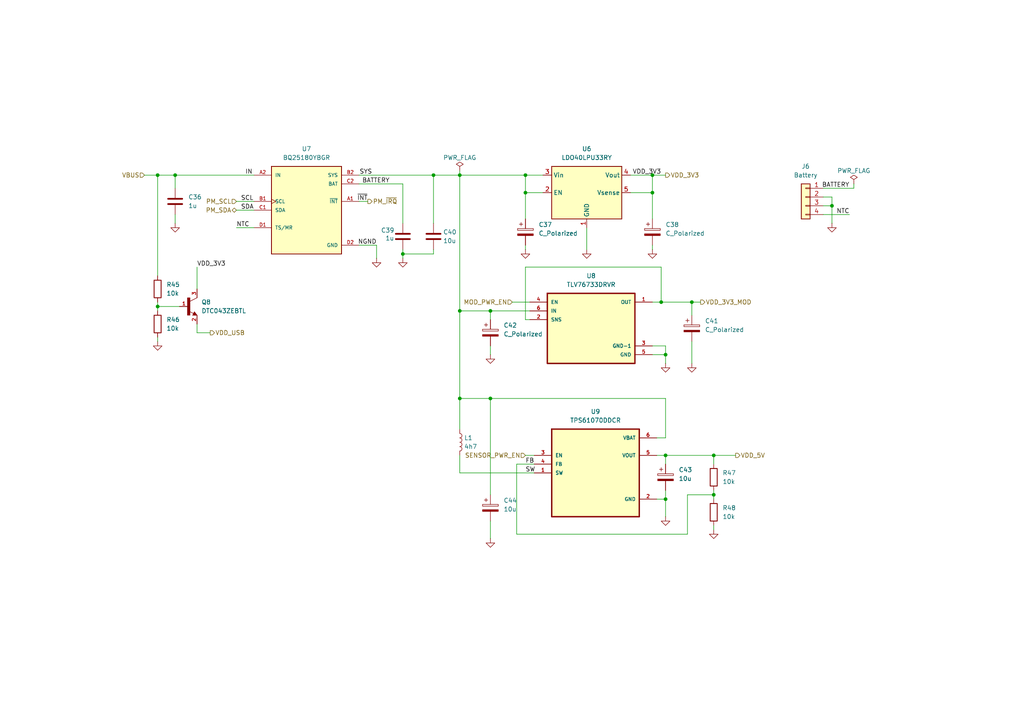
<source format=kicad_sch>
(kicad_sch (version 20250114) (generator "eeschema") (generator_version "9.0")
  (paper "A4")
  (lib_symbols
    (symbol "BQ25180YBGR:BQ25180YBGR" (pin_names (offset 1.016))
      (property "Reference" "U" (at -10.16 13.462 0))
      (property "Value" "BQ25180YBGR" (at -10.16 -15.24 0))
      (symbol "BQ25180YBGR_0_0"
        (rectangle (start -10.16 -12.7) (end 10.16 12.7) (stroke (width 0.254)) (fill (type background)))
        (pin power_in line (at -15.24 10.16 0) (length 5.08) (name "IN") (number "A2"))
        (pin bidirectional clock (at -15.24 2.54 0) (length 5.08) (name "SCL") (number "B1"))
        (pin bidirectional line (at -15.24 0 0) (length 5.08) (name "SDA") (number "C1"))
        (pin bidirectional line (at -15.24 -5.08 0) (length 5.08) (name "TS/MR") (number "D1"))
        (pin power_in line (at 15.24 10.16 180) (length 5.08) (name "SYS") (number "B2"))
        (pin power_in line (at 15.24 7.62 180) (length 5.08) (name "BAT") (number "C2"))
        (pin output line (at 15.24 2.54 180) (length 5.08) (name "~{INT}") (number "A1"))
        (pin power_in line (at 15.24 -10.16 180) (length 5.08) (name "GND") (number "D2"))
      )
    )
    (symbol "Connector_Generic:Conn_01x04" (pin_names (offset 1.016) (hide yes))
      (property "Reference" "J" (at 0 5.08 0))
      (property "Value" "Conn_01x04" (at 0 -7.62 0))
      (symbol "Conn_01x04_1_1"
        (rectangle (start -1.27 3.81) (end 1.27 -6.35) (stroke (width 0.254)) (fill (type background)))
        (rectangle (start -1.27 2.667) (end 0 2.413) (stroke (width 0.1524)))
        (rectangle (start -1.27 0.127) (end 0 -0.127) (stroke (width 0.1524)))
        (rectangle (start -1.27 -2.413) (end 0 -2.667) (stroke (width 0.1524)))
        (rectangle (start -1.27 -4.953) (end 0 -5.207) (stroke (width 0.1524)))
        (pin passive line (at -5.08 2.54 0) (length 3.81) (name "Pin_1") (number "1"))
        (pin passive line (at -5.08 0 0) (length 3.81) (name "Pin_2") (number "2"))
        (pin passive line (at -5.08 -2.54 0) (length 3.81) (name "Pin_3") (number "3"))
        (pin passive line (at -5.08 -5.08 0) (length 3.81) (name "Pin_4") (number "4"))
      )
    )
    (symbol "DTC043ZEBTL:DTC043ZEBTL" (pin_names (offset 1.016))
      (property "Reference" "Q" (at 3.81 1.27 0))
      (property "Value" "DTC043ZEBTL" (at 3.81 -1.27 0))
      (symbol "DTC043ZEBTL_0_0"
        (rectangle (start -0.254 -2.54) (end 0.508 2.54) (stroke (width 0.1)) (fill (type outline)))
        (polyline (pts (xy 1.27 -2.54) (xy 1.778 -1.524) (xy 2.54 -2.54) (xy 1.27 -2.54)) (stroke (width 0.1524)) (fill (type outline)))
        (polyline (pts (xy 1.54 -2.04) (xy 0.308 -1.424)) (stroke (width 0.1524)))
        (polyline (pts (xy 2.54 2.54) (xy 0.508 1.524)) (stroke (width 0.1524)))
        (pin passive line (at -2.54 0 0) (length 2.54) (name "~") (number "1"))
        (pin passive line (at 2.54 5.08 270) (length 2.54) (name "~") (number "3"))
        (pin passive line (at 2.54 -5.08 90) (length 2.54) (name "~") (number "2"))
      )
    )
    (symbol "Device:C" (pin_numbers (hide yes)) (pin_names (offset 0.254))
      (property "Reference" "C" (at 0.635 2.54 0))
      (property "Value" "C" (at 0.635 -2.54 0))
      (symbol "C_0_1"
        (polyline (pts (xy -2.032 0.762) (xy 2.032 0.762)) (stroke (width 0.508)))
        (polyline (pts (xy -2.032 -0.762) (xy 2.032 -0.762)) (stroke (width 0.508)))
      )
      (symbol "C_1_1"
        (pin passive line (at 0 3.81 270) (length 2.794) (name "~") (number "1"))
        (pin passive line (at 0 -3.81 90) (length 2.794) (name "~") (number "2"))
      )
    )
    (symbol "Device:C_Polarized" (pin_numbers (hide yes)) (pin_names (offset 0.254))
      (property "Reference" "C" (at 0.635 2.54 0))
      (property "Value" "C_Polarized" (at 0.635 -2.54 0))
      (symbol "C_Polarized_0_1"
        (rectangle (start -2.286 0.508) (end 2.286 1.016))
        (polyline (pts (xy -1.778 2.286) (xy -0.762 2.286)))
        (polyline (pts (xy -1.27 2.794) (xy -1.27 1.778)))
        (rectangle (start 2.286 -0.508) (end -2.286 -1.016) (fill (type outline)))
      )
      (symbol "C_Polarized_1_1"
        (pin passive line (at 0 3.81 270) (length 2.794) (name "~") (number "1"))
        (pin passive line (at 0 -3.81 90) (length 2.794) (name "~") (number "2"))
      )
    )
    (symbol "Device:L" (pin_numbers (hide yes)) (pin_names (offset 1.016) (hide yes))
      (property "Reference" "L" (at -1.27 0 90))
      (property "Value" "L" (at 1.905 0 90))
      (symbol "L_0_1"
        (arc (start 0 2.54) (mid 0.6323 1.905) (end 0 1.27))
        (arc (start 0 1.27) (mid 0.6323 0.635) (end 0 0))
        (arc (start 0 0) (mid 0.6323 -0.635) (end 0 -1.27))
        (arc (start 0 -1.27) (mid 0.6323 -1.905) (end 0 -2.54))
      )
      (symbol "L_1_1"
        (pin passive line (at 0 3.81 270) (length 1.27) (name "1") (number "1"))
        (pin passive line (at 0 -3.81 90) (length 1.27) (name "2") (number "2"))
      )
    )
    (symbol "Device:R" (pin_numbers (hide yes)) (pin_names (offset 0))
      (property "Reference" "R" (at 2.032 0 90))
      (property "Value" "R" (at 0 0 90))
      (symbol "R_0_1"
        (rectangle (start -1.016 -2.54) (end 1.016 2.54) (stroke (width 0.254)))
      )
      (symbol "R_1_1"
        (pin passive line (at 0 3.81 270) (length 1.27) (name "~") (number "1"))
        (pin passive line (at 0 -3.81 90) (length 1.27) (name "~") (number "2"))
      )
    )
    (symbol "Regulator_Linear:LDO40LPU33RY"
      (property "Reference" "U" (at 0 0 0))
      (property "Value" "LDO40LPU33RY" (at 0 0 0))
      (symbol "LDO40LPU33RY_1_1"
        (rectangle (start -10.16 7.62) (end 10.16 -7.62) (stroke (width 0.254)) (fill (type background)))
        (pin power_in line (at -12.7 5.08 0) (length 2.54) (name "Vin") (number "3"))
        (pin input line (at -12.7 0 0) (length 2.54) (name "EN") (number "2"))
        (pin no_connect line (at -2.54 -10.16 90) (length 2.54) (hide yes) (name "NC") (number "6"))
        (pin power_in line (at 0 -10.16 90) (length 2.54) (name "GND") (number "1"))
        (pin passive line (at 0 -10.16 90) (length 2.54) (hide yes) (name "GND") (number "7"))
        (pin power_out line (at 12.7 5.08 180) (length 2.54) (name "Vout") (number "4"))
        (pin input line (at 12.7 0 180) (length 2.54) (name "Vsense") (number "5"))
      )
    )
    (symbol "TLV76733DRVR:TLV76733DRVR" (pin_names (offset 1.016))
      (property "Reference" "U" (at -12.7 11.16 0))
      (property "Value" "TLV76733DRVR" (at -12.7 -14.16 0))
      (symbol "TLV76733DRVR_0_0"
        (rectangle (start -12.7 -10.16) (end 12.7 10.16) (stroke (width 0.41)) (fill (type background)))
        (pin input line (at -17.78 7.62 0) (length 5.08) (name "EN") (number "4"))
        (pin input line (at -17.78 5.08 0) (length 5.08) (name "IN") (number "6"))
        (pin input line (at -17.78 2.54 0) (length 5.08) (name "SNS") (number "2"))
        (pin output line (at 17.78 7.62 180) (length 5.08) (name "OUT") (number "1"))
        (pin power_in line (at 17.78 -5.08 180) (length 5.08) (name "GND-1") (number "3"))
        (pin power_in line (at 17.78 -7.62 180) (length 5.08) (name "GND") (number "5"))
      )
    )
    (symbol "TPS61070DDCR:TPS61070DDCR" (pin_names (offset 1.016))
      (property "Reference" "U" (at -12.7 13.7 0))
      (property "Value" "TPS61070DDCR" (at -12.7 -16.7 0))
      (symbol "TPS61070DDCR_0_0"
        (rectangle (start -12.7 -12.7) (end 12.7 12.7) (stroke (width 0.41)) (fill (type background)))
        (pin input line (at -17.78 5.08 0) (length 5.08) (name "EN") (number "3"))
        (pin input line (at -17.78 2.54 0) (length 5.08) (name "FB") (number "4"))
        (pin input line (at -17.78 0 0) (length 5.08) (name "SW") (number "1"))
        (pin power_in line (at 17.78 10.16 180) (length 5.08) (name "VBAT") (number "6"))
        (pin output line (at 17.78 5.08 180) (length 5.08) (name "VOUT") (number "5"))
        (pin power_in line (at 17.78 -7.62 180) (length 5.08) (name "GND") (number "2"))
      )
    )
    (symbol "power:GND" (power) (pin_numbers (hide yes)) (pin_names (offset 0) (hide yes))
      (property "Value" "GND" (at 0 -3.81 0))
      (symbol "GND_0_1"
        (polyline (pts (xy 0 0) (xy 0 -1.27) (xy 1.27 -1.27) (xy 0 -2.54) (xy -1.27 -1.27) (xy 0 -1.27)))
      )
      (symbol "GND_1_1"
        (pin power_in line (at 0 0 270) (length 0) (name "~") (number "1"))
      )
    )
    (symbol "power:PWR_FLAG" (power) (pin_numbers (hide yes)) (pin_names (offset 0) (hide yes))
      (property "Value" "PWR_FLAG" (at 0 3.81 0))
      (symbol "PWR_FLAG_0_0"
        (pin power_out line (at 0 0 90) (length 0) (name "~") (number "1"))
      )
      (symbol "PWR_FLAG_0_1"
        (polyline (pts (xy 0 0) (xy 0 1.27) (xy -1.016 1.905) (xy 0 2.54) (xy 1.016 1.905) (xy 0 1.27)))
      )
    )
  )
  (junction (at 207.01 143.51))
  (junction (at 45.72 88.9))
  (junction (at 142.24 90.17))
  (junction (at 152.4 50.8))
  (junction (at 193.04 102.87))
  (junction (at 142.24 115.57))
  (junction (at 189.23 55.88))
  (junction (at 152.4 55.88))
  (junction (at 200.66 87.63))
  (junction (at 125.73 50.8))
  (junction (at 133.35 90.17))
  (junction (at 116.84 73.66))
  (junction (at 191.77 87.63))
  (junction (at 193.04 132.08))
  (junction (at 133.35 115.57))
  (junction (at 50.8 50.8))
  (junction (at 241.3 59.69))
  (junction (at 189.23 50.8))
  (junction (at 193.04 144.78))
  (junction (at 207.01 132.08))
  (junction (at 45.72 50.8))
  (junction (at 133.35 50.8))
  (wire (pts (xy 152.4 77.47) (xy 191.77 77.47)))
  (wire (pts (xy 189.23 50.8) (xy 189.23 55.88)))
  (wire (pts (xy 45.72 88.9) (xy 52.07 88.9)))
  (wire (pts (xy 45.72 87.63) (xy 45.72 88.9)))
  (wire (pts (xy 116.84 64.77) (xy 116.84 53.34)))
  (wire (pts (xy 189.23 87.63) (xy 191.77 87.63)))
  (wire (pts (xy 152.4 55.88) (xy 152.4 63.5)))
  (wire (pts (xy 170.18 66.04) (xy 170.18 72.39)))
  (wire (pts (xy 41.91 50.8) (xy 45.72 50.8)))
  (wire (pts (xy 116.84 73.66) (xy 116.84 74.93)))
  (wire (pts (xy 153.67 92.71) (xy 152.4 92.71)))
  (wire (pts (xy 68.58 66.04) (xy 73.66 66.04)))
  (wire (pts (xy 133.35 137.16) (xy 154.94 137.16)))
  (wire (pts (xy 190.5 127) (xy 193.04 127)))
  (wire (pts (xy 207.01 143.51) (xy 207.01 144.78)))
  (wire (pts (xy 133.35 49.53) (xy 133.35 50.8)))
  (wire (pts (xy 182.88 55.88) (xy 189.23 55.88)))
  (wire (pts (xy 152.4 132.08) (xy 154.94 132.08)))
  (wire (pts (xy 200.66 87.63) (xy 200.66 91.44)))
  (wire (pts (xy 68.58 58.42) (xy 73.66 58.42)))
  (wire (pts (xy 104.14 50.8) (xy 125.73 50.8)))
  (wire (pts (xy 152.4 71.12) (xy 152.4 72.39)))
  (wire (pts (xy 193.04 127) (xy 193.04 115.57)))
  (wire (pts (xy 133.35 115.57) (xy 133.35 90.17)))
  (wire (pts (xy 149.86 134.62) (xy 154.94 134.62)))
  (wire (pts (xy 133.35 50.8) (xy 133.35 90.17)))
  (wire (pts (xy 193.04 102.87) (xy 193.04 105.41)))
  (wire (pts (xy 125.73 72.39) (xy 125.73 73.66)))
  (wire (pts (xy 247.65 53.34) (xy 247.65 54.61)))
  (wire (pts (xy 238.76 62.23) (xy 246.38 62.23)))
  (wire (pts (xy 191.77 87.63) (xy 200.66 87.63)))
  (wire (pts (xy 191.77 77.47) (xy 191.77 87.63)))
  (wire (pts (xy 189.23 55.88) (xy 189.23 63.5)))
  (wire (pts (xy 142.24 100.33) (xy 142.24 102.87)))
  (wire (pts (xy 125.73 50.8) (xy 125.73 64.77)))
  (wire (pts (xy 133.35 50.8) (xy 152.4 50.8)))
  (wire (pts (xy 207.01 142.24) (xy 207.01 143.51)))
  (wire (pts (xy 57.15 93.98) (xy 57.15 96.52)))
  (wire (pts (xy 207.01 132.08) (xy 213.36 132.08)))
  (wire (pts (xy 189.23 50.8) (xy 193.04 50.8)))
  (wire (pts (xy 125.73 50.8) (xy 133.35 50.8)))
  (wire (pts (xy 193.04 100.33) (xy 193.04 102.87)))
  (wire (pts (xy 189.23 71.12) (xy 189.23 72.39)))
  (wire (pts (xy 45.72 88.9) (xy 45.72 90.17)))
  (wire (pts (xy 142.24 90.17) (xy 142.24 92.71)))
  (wire (pts (xy 190.5 132.08) (xy 193.04 132.08)))
  (wire (pts (xy 142.24 115.57) (xy 133.35 115.57)))
  (wire (pts (xy 45.72 97.79) (xy 45.72 99.06)))
  (wire (pts (xy 199.39 143.51) (xy 207.01 143.51)))
  (wire (pts (xy 109.22 71.12) (xy 104.14 71.12)))
  (wire (pts (xy 193.04 132.08) (xy 207.01 132.08)))
  (wire (pts (xy 104.14 58.42) (xy 106.68 58.42)))
  (wire (pts (xy 104.14 53.34) (xy 116.84 53.34)))
  (wire (pts (xy 189.23 100.33) (xy 193.04 100.33)))
  (wire (pts (xy 57.15 83.82) (xy 57.15 77.47)))
  (wire (pts (xy 50.8 50.8) (xy 73.66 50.8)))
  (wire (pts (xy 133.35 132.08) (xy 133.35 137.16)))
  (wire (pts (xy 45.72 50.8) (xy 50.8 50.8)))
  (wire (pts (xy 45.72 50.8) (xy 45.72 80.01)))
  (wire (pts (xy 200.66 87.63) (xy 203.2 87.63)))
  (wire (pts (xy 241.3 57.15) (xy 241.3 59.69)))
  (wire (pts (xy 152.4 55.88) (xy 152.4 50.8)))
  (wire (pts (xy 157.48 55.88) (xy 152.4 55.88)))
  (wire (pts (xy 133.35 115.57) (xy 133.35 124.46)))
  (wire (pts (xy 199.39 154.94) (xy 199.39 143.51)))
  (wire (pts (xy 200.66 99.06) (xy 200.66 105.41)))
  (wire (pts (xy 152.4 92.71) (xy 152.4 77.47)))
  (wire (pts (xy 241.3 59.69) (xy 241.3 64.77)))
  (wire (pts (xy 152.4 50.8) (xy 157.48 50.8)))
  (wire (pts (xy 189.23 102.87) (xy 193.04 102.87)))
  (wire (pts (xy 190.5 144.78) (xy 193.04 144.78)))
  (wire (pts (xy 153.67 90.17) (xy 142.24 90.17)))
  (wire (pts (xy 142.24 151.13) (xy 142.24 156.21)))
  (wire (pts (xy 50.8 50.8) (xy 50.8 54.61)))
  (wire (pts (xy 193.04 142.24) (xy 193.04 144.78)))
  (wire (pts (xy 207.01 152.4) (xy 207.01 153.67)))
  (wire (pts (xy 238.76 54.61) (xy 247.65 54.61)))
  (wire (pts (xy 142.24 90.17) (xy 133.35 90.17)))
  (wire (pts (xy 142.24 115.57) (xy 193.04 115.57)))
  (wire (pts (xy 238.76 59.69) (xy 241.3 59.69)))
  (wire (pts (xy 148.59 87.63) (xy 153.67 87.63)))
  (wire (pts (xy 149.86 154.94) (xy 199.39 154.94)))
  (wire (pts (xy 182.88 50.8) (xy 189.23 50.8)))
  (wire (pts (xy 193.04 132.08) (xy 193.04 134.62)))
  (wire (pts (xy 238.76 57.15) (xy 241.3 57.15)))
  (wire (pts (xy 193.04 144.78) (xy 193.04 149.86)))
  (wire (pts (xy 125.73 73.66) (xy 116.84 73.66)))
  (wire (pts (xy 149.86 154.94) (xy 149.86 134.62)))
  (wire (pts (xy 68.58 60.96) (xy 73.66 60.96)))
  (wire (pts (xy 116.84 72.39) (xy 116.84 73.66)))
  (wire (pts (xy 207.01 132.08) (xy 207.01 134.62)))
  (wire (pts (xy 57.15 96.52) (xy 60.96 96.52)))
  (wire (pts (xy 50.8 62.23) (xy 50.8 64.77)))
  (wire (pts (xy 109.22 71.12) (xy 109.22 74.93)))
  (wire (pts (xy 142.24 115.57) (xy 142.24 143.51)))
  (label "VDD_3V3" (at 57.15 77.47 0))
  (label "FB" (at 152.4 134.62 0))
  (label "SCL" (at 69.85 58.42 0))
  (label "NTC" (at 68.58 66.04 0))
  (label "SW" (at 152.4 137.16 0))
  (label "SDA" (at 69.85 60.96 0))
  (label "BATTERY" (at 246.38 54.61 180))
  (label "NTC" (at 246.38 62.23 180))
  (label "~{INT}" (at 106.68 58.42 180))
  (label "IN" (at 71.12 50.8 0))
  (label "VDD_3V3" (at 191.77 50.8 180))
  (label "SYS" (at 107.95 50.8 180))
  (label "BATTERY" (at 113.03 53.34 180))
  (label "NGND" (at 109.22 71.12 180))
  (hierarchical_label "MOD_PWR_EN" (shape input) (at 148.59 87.63 180))
  (hierarchical_label "PM_~{IRQ}" (shape output) (at 106.68 58.42 0))
  (hierarchical_label "SENSOR_PWR_EN" (shape input) (at 152.4 132.08 180))
  (hierarchical_label "VDD_5V" (shape output) (at 213.36 132.08 0))
  (hierarchical_label "VDD_3V3_MOD" (shape output) (at 203.2 87.63 0))
  (hierarchical_label "PM_SCL" (shape input) (at 68.58 58.42 180))
  (hierarchical_label "VBUS" (shape input) (at 41.91 50.8 180))
  (hierarchical_label "PM_SDA" (shape bidirectional) (at 68.58 60.96 180))
  (hierarchical_label "VDD_3V3" (shape output) (at 193.04 50.8 0))
  (hierarchical_label "VDD_USB" (shape output) (at 60.96 96.52 0))
  (symbol (lib_id "power:GND") (at 142.24 156.21 0) (mirror y) (unit 1)
    (property "Reference" "#PWR060" (effects (hide yes)))
    (property "Value" "GND" (effects (hide yes)))
    (property "Description" "Power symbol creates a global label with name \"GND\" , ground" (effects (hide yes)))
  )
  (symbol (lib_id "power:GND") (at 170.18 72.39 0) (mirror y) (unit 1)
    (property "Reference" "#PWR050" (effects (hide yes)))
    (property "Value" "GND" (effects (hide yes)))
    (property "Description" "Power symbol creates a global label with name \"GND\" , ground" (effects (hide yes)))
  )
  (symbol (lib_id "Connector_Generic:Conn_01x04") (at 233.68 57.15 0) (mirror y) (unit 1)
    (property "Reference" "J6" (at 233.68 48.26 0))
    (property "Value" "Battery" (at 233.68 50.8 0))
    (property "Footprint" "Connector_JST:JST_XA_S04B-XASK-1N-BN_1x04_P2.50mm_Horizontal" (effects (hide yes)))
    (property "Description" "Generic connector, single row, 01x04, script generated (kicad-library-utils/schlib/autogen/connector/)" (effects (hide yes)))
  )
  (symbol (lib_id "power:GND") (at 193.04 105.41 0) (mirror y) (unit 1)
    (property "Reference" "#PWR055" (effects (hide yes)))
    (property "Value" "GND" (effects (hide yes)))
    (property "Description" "Power symbol creates a global label with name \"GND\" , ground" (effects (hide yes)))
  )
  (symbol (lib_id "power:GND") (at 241.3 64.77 0) (mirror y) (unit 1)
    (property "Reference" "#PWR048" (effects (hide yes)))
    (property "Value" "GND" (effects (hide yes)))
    (property "Description" "Power symbol creates a global label with name \"GND\" , ground" (effects (hide yes)))
  )
  (symbol (lib_id "Device:C") (at 125.73 68.58 0) (unit 1)
    (property "Reference" "C40" (at 128.524 67.31 0) (effects (justify left)))
    (property "Value" "10u" (at 128.524 69.85 0) (effects (justify left)))
    (property "Footprint" "Capacitor_SMD:C_0402_1005Metric" (effects (hide yes)))
    (property "Description" "Unpolarized capacitor" (effects (hide yes)))
  )
  (symbol (lib_id "Device:L") (at 133.35 128.27 0) (unit 1)
    (property "Reference" "L1" (at 134.62 126.9999 0) (effects (justify left)))
    (property "Value" "4h7" (at 134.62 129.5399 0) (effects (justify left)))
    (property "Footprint" "Inductor_SMD:L_APV_ANR5045" (effects (hide yes)))
    (property "Description" "Inductor" (effects (hide yes)))
  )
  (symbol (lib_id "power:GND") (at 45.72 99.06 0) (mirror y) (unit 1)
    (property "Reference" "#PWR057" (effects (hide yes)))
    (property "Value" "GND" (effects (hide yes)))
    (property "Description" "Power symbol creates a global label with name \"GND\" , ground" (effects (hide yes)))
  )
  (symbol (lib_id "power:GND") (at 207.01 153.67 0) (mirror y) (unit 1)
    (property "Reference" "#PWR059" (effects (hide yes)))
    (property "Value" "GND" (effects (hide yes)))
    (property "Description" "Power symbol creates a global label with name \"GND\" , ground" (effects (hide yes)))
  )
  (symbol (lib_id "power:GND") (at 200.66 105.41 0) (mirror y) (unit 1)
    (property "Reference" "#PWR056" (effects (hide yes)))
    (property "Value" "GND" (effects (hide yes)))
    (property "Description" "Power symbol creates a global label with name \"GND\" , ground" (effects (hide yes)))
  )
  (symbol (lib_id "power:GND") (at 152.4 72.39 0) (mirror y) (unit 1)
    (property "Reference" "#PWR049" (effects (hide yes)))
    (property "Value" "GND" (effects (hide yes)))
    (property "Description" "Power symbol creates a global label with name \"GND\" , ground" (effects (hide yes)))
  )
  (symbol (lib_id "Device:C") (at 116.84 68.58 0) (unit 1)
    (property "Reference" "C39" (at 110.49 66.802 0) (effects (justify left)))
    (property "Value" "1u" (at 111.76 69.088 0) (effects (justify left)))
    (property "Footprint" "Capacitor_SMD:C_0402_1005Metric" (effects (hide yes)))
    (property "Description" "Unpolarized capacitor" (effects (hide yes)))
  )
  (symbol (lib_id "Device:C") (at 50.8 58.42 0) (unit 1)
    (property "Reference" "C36" (at 54.61 57.1499 0) (effects (justify left)))
    (property "Value" "1u" (at 54.61 59.6899 0) (effects (justify left)))
    (property "Footprint" "Capacitor_SMD:C_0402_1005Metric" (effects (hide yes)))
    (property "Description" "Unpolarized capacitor" (effects (hide yes)))
  )
  (symbol (lib_id "power:GND") (at 142.24 102.87 0) (mirror y) (unit 1)
    (property "Reference" "#PWR054" (effects (hide yes)))
    (property "Value" "GND" (effects (hide yes)))
    (property "Description" "Power symbol creates a global label with name \"GND\" , ground" (effects (hide yes)))
  )
  (symbol (lib_id "Device:R") (at 207.01 148.59 180) (unit 1)
    (property "Reference" "R48" (at 209.55 147.3199 0) (effects (justify right)))
    (property "Value" "10k" (at 209.55 149.8599 0) (effects (justify right)))
    (property "Footprint" "Resistor_SMD:R_0402_1005Metric" (effects (hide yes)))
    (property "Description" "Resistor" (effects (hide yes)))
  )
  (symbol (lib_id "Device:R") (at 45.72 83.82 180) (unit 1)
    (property "Reference" "R45" (at 48.26 82.5499 0) (effects (justify right)))
    (property "Value" "10k" (at 48.26 85.0899 0) (effects (justify right)))
    (property "Footprint" "Resistor_SMD:R_0402_1005Metric" (effects (hide yes)))
    (property "Description" "Resistor" (effects (hide yes)))
  )
  (symbol (lib_id "Device:C_Polarized") (at 142.24 96.52 0) (unit 1)
    (property "Reference" "C42" (at 146.05 94.3609 0) (effects (justify left)))
    (property "Value" "C_Polarized" (at 146.05 96.9009 0) (effects (justify left)))
    (property "Footprint" "Capacitor_SMD:CP_Elec_6.3x5.7" (effects (hide yes)))
    (property "Description" "Polarized capacitor" (effects (hide yes)))
  )
  (symbol (lib_id "Device:R") (at 45.72 93.98 180) (unit 1)
    (property "Reference" "R46" (at 48.26 92.7099 0) (effects (justify right)))
    (property "Value" "10k" (at 48.26 95.2499 0) (effects (justify right)))
    (property "Footprint" "Resistor_SMD:R_0402_1005Metric" (effects (hide yes)))
    (property "Description" "Resistor" (effects (hide yes)))
  )
  (symbol (lib_id "Regulator_Linear:LDO40LPU33RY") (at 170.18 55.88 0) (unit 1)
    (property "Reference" "U6" (at 170.18 43.18 0))
    (property "Value" "LDO40LPU33RY" (at 170.18 45.72 0))
    (property "Footprint" "Package_DFN_QFN:DFN-6-1EP_3x3mm_P0.95mm_EP1.7x2.6mm" (effects (hide yes)))
    (property "Datasheet" "https://www.st.com/resource/en/datasheet/ldo40l.pdf" (effects (hide yes)))
    (property "Description" "400mA, 3.5V-38V input, fixed positive 3.3V output, LDO regulator with enable, DFN-6" (effects (hide yes)))
  )
  (symbol (lib_id "BQ25180YBGR:BQ25180YBGR") (at 88.9 60.96 0) (unit 1)
    (property "Reference" "U7" (at 88.9 43.18 0))
    (property "Value" "BQ25180YBGR" (at 88.9 45.72 0))
    (property "Footprint" "BQ25180YBGR:IC_BQ25180YBGR" (effects (hide yes)))
    (property "MF" "Texas Instruments" (effects (hide yes)))
    (property "SNAPEDA_PACKAGE_ID" "123990" (effects (hide yes)))
    (property "Package" "XFBGA-8 Texas Instruments" (effects (hide yes)))
    (property "Price" "None" (effects (hide yes)))
    (property "Check_prices" "https://www.snapeda.com/parts/BQ25180YBGR/Texas+Instruments/view-part/?ref=eda" (effects (hide yes)))
    (property "STANDARD" "Manufacturer Recommendations" (effects (hide yes)))
    (property "PARTREV" "C" (effects (hide yes)))
    (property "SnapEDA_Link" "https://www.snapeda.com/parts/BQ25180YBGR/Texas+Instruments/view-part/?ref=snap" (effects (hide yes)))
    (property "MP" "BQ25180YBGR" (effects (hide yes)))
    (property "Description_1" "1-A Li-ion and LiFePO4 I²C programmable linear charger with regulated power path, WCSP package" (effects (hide yes)))
    (property "MANUFACTURER" "Texas Instruments" (effects (hide yes)))
    (property "Availability" "In Stock" (effects (hide yes)))
    (property "MAXIMUM_PACKAGE_HEIGHT" "0.5mm" (effects (hide yes)))
  )
  (symbol (lib_id "Device:C_Polarized") (at 152.4 67.31 0) (unit 1)
    (property "Reference" "C37" (at 156.21 65.1509 0) (effects (justify left)))
    (property "Value" "C_Polarized" (at 156.21 67.6909 0) (effects (justify left)))
    (property "Footprint" "Capacitor_SMD:CP_Elec_6.3x5.7" (effects (hide yes)))
    (property "Description" "Polarized capacitor" (effects (hide yes)))
  )
  (symbol (lib_id "power:GND") (at 109.22 74.93 0) (mirror y) (unit 1)
    (property "Reference" "#PWR052" (effects (hide yes)))
    (property "Value" "GND" (effects (hide yes)))
    (property "Description" "Power symbol creates a global label with name \"GND\" , ground" (effects (hide yes)))
  )
  (symbol (lib_id "TLV76733DRVR:TLV76733DRVR") (at 171.45 95.25 0) (unit 1)
    (property "Reference" "U8" (at 171.45 80.01 0))
    (property "Value" "TLV76733DRVR" (at 171.45 82.55 0))
    (property "Footprint" "TLV76733DRVR:SON65P200X200X80-7N" (effects (hide yes)))
    (property "MF" "Texas Instruments" (effects (hide yes)))
    (property "Description_1" "Adjustable- and fixed-output, 1-A, 16-V, positive-voltage low-dropout (LDO) linear regulator" (effects (hide yes)))
    (property "Package" "WSON-6 Texas Instruments" (effects (hide yes)))
    (property "Price" "None" (effects (hide yes)))
    (property "SnapEDA_Link" "https://www.snapeda.com/parts/TLV76733DRVR/Texas+Instruments/view-part/?ref=snap" (effects (hide yes)))
    (property "MP" "TLV76733DRVR" (effects (hide yes)))
    (property "Availability" "In Stock" (effects (hide yes)))
    (property "Check_prices" "https://www.snapeda.com/parts/TLV76733DRVR/Texas+Instruments/view-part/?ref=eda" (effects (hide yes)))
  )
  (symbol (lib_id "power:GND") (at 193.04 149.86 0) (mirror y) (unit 1)
    (property "Reference" "#PWR058" (effects (hide yes)))
    (property "Value" "GND" (effects (hide yes)))
    (property "Description" "Power symbol creates a global label with name \"GND\" , ground" (effects (hide yes)))
  )
  (symbol (lib_id "Device:C_Polarized") (at 189.23 67.31 0) (unit 1)
    (property "Reference" "C38" (at 193.04 65.1509 0) (effects (justify left)))
    (property "Value" "C_Polarized" (at 193.04 67.6909 0) (effects (justify left)))
    (property "Footprint" "Capacitor_SMD:CP_Elec_6.3x5.7" (effects (hide yes)))
    (property "Description" "Polarized capacitor" (effects (hide yes)))
  )
  (symbol (lib_id "power:GND") (at 50.8 64.77 0) (mirror y) (unit 1)
    (property "Reference" "#PWR047" (effects (hide yes)))
    (property "Value" "GND" (effects (hide yes)))
    (property "Description" "Power symbol creates a global label with name \"GND\" , ground" (effects (hide yes)))
  )
  (symbol (lib_id "power:GND") (at 116.84 74.93 0) (mirror y) (unit 1)
    (property "Reference" "#PWR053" (effects (hide yes)))
    (property "Value" "GND" (effects (hide yes)))
    (property "Description" "Power symbol creates a global label with name \"GND\" , ground" (effects (hide yes)))
  )
  (symbol (lib_id "TPS61070DDCR:TPS61070DDCR") (at 172.72 137.16 0) (unit 1)
    (property "Reference" "U9" (at 172.72 119.38 0))
    (property "Value" "TPS61070DDCR" (at 172.72 121.92 0))
    (property "Footprint" "TPS61070DDCR:SOT95P280X110-6N" (effects (hide yes)))
    (property "MF" "Texas Instruments" (effects (hide yes)))
    (property "Description_1" "Adjustable, 600-mA switch, 1200-kHz boost converter in ThinSOT-23 with power-saving mode" (effects (hide yes)))
    (property "Package" "SOT-23-THN-6 Texas Instruments" (effects (hide yes)))
    (property "Price" "None" (effects (hide yes)))
    (property "SnapEDA_Link" "https://www.snapeda.com/parts/TPS61070DDCR/Texas+Instruments/view-part/?ref=snap" (effects (hide yes)))
    (property "MP" "TPS61070DDCR" (effects (hide yes)))
    (property "Availability" "In Stock" (effects (hide yes)))
    (property "Check_prices" "https://www.snapeda.com/parts/TPS61070DDCR/Texas+Instruments/view-part/?ref=eda" (effects (hide yes)))
  )
  (symbol (lib_id "power:PWR_FLAG") (at 133.35 49.53 0) (unit 1)
    (property "Reference" "#FLG08" (effects (hide yes)))
    (property "Value" "PWR_FLAG" (at 133.35 45.72 0))
    (property "Description" "Special symbol for telling ERC where power comes from" (effects (hide yes)))
  )
  (symbol (lib_id "Device:C_Polarized") (at 200.66 95.25 0) (unit 1)
    (property "Reference" "C41" (at 204.47 93.0909 0) (effects (justify left)))
    (property "Value" "C_Polarized" (at 204.47 95.6309 0) (effects (justify left)))
    (property "Footprint" "Capacitor_SMD:CP_Elec_6.3x5.7" (effects (hide yes)))
    (property "Description" "Polarized capacitor" (effects (hide yes)))
  )
  (symbol (lib_id "power:GND") (at 189.23 72.39 0) (mirror y) (unit 1)
    (property "Reference" "#PWR051" (effects (hide yes)))
    (property "Value" "GND" (effects (hide yes)))
    (property "Description" "Power symbol creates a global label with name \"GND\" , ground" (effects (hide yes)))
  )
  (symbol (lib_id "power:PWR_FLAG") (at 247.65 53.34 0) (unit 1)
    (property "Reference" "#FLG09" (effects (hide yes)))
    (property "Value" "PWR_FLAG" (at 247.65 49.53 0))
    (property "Description" "Special symbol for telling ERC where power comes from" (effects (hide yes)))
  )
  (symbol (lib_id "Device:C_Polarized") (at 193.04 138.43 0) (unit 1)
    (property "Reference" "C43" (at 196.85 136.2709 0) (effects (justify left)))
    (property "Value" "10u" (at 196.85 138.8109 0) (effects (justify left)))
    (property "Footprint" "Capacitor_SMD:CP_Elec_6.3x5.7" (effects (hide yes)))
    (property "Description" "Polarized capacitor" (effects (hide yes)))
  )
  (symbol (lib_id "Device:C_Polarized") (at 142.24 147.32 0) (unit 1)
    (property "Reference" "C44" (at 146.05 145.1609 0) (effects (justify left)))
    (property "Value" "10u" (at 146.05 147.7009 0) (effects (justify left)))
    (property "Footprint" "Capacitor_SMD:CP_Elec_6.3x5.7" (effects (hide yes)))
    (property "Description" "Polarized capacitor" (effects (hide yes)))
  )
  (symbol (lib_id "Device:R") (at 207.01 138.43 180) (unit 1)
    (property "Reference" "R47" (at 209.55 137.1599 0) (effects (justify right)))
    (property "Value" "10k" (at 209.55 139.6999 0) (effects (justify right)))
    (property "Footprint" "Resistor_SMD:R_0402_1005Metric" (effects (hide yes)))
    (property "Description" "Resistor" (effects (hide yes)))
  )
  (symbol (lib_id "DTC043ZEBTL:DTC043ZEBTL") (at 54.61 88.9 0) (unit 1)
    (property "Reference" "Q8" (at 58.42 87.6299 0) (effects (justify left)))
    (property "Value" "DTC043ZEBTL" (at 58.42 90.1699 0) (effects (justify left)))
    (property "Footprint" "DTC043ZEBTL:SOTFL50P160X85-3N" (effects (hide yes)))
    (property "MF" "Rohm" (effects (hide yes)))
    (property "MAXIMUM_PACKAGE_HEIGHT" "0.85mm" (effects (hide yes)))
    (property "Package" "SOT-490 Rohm" (effects (hide yes)))
    (property "Price" "None" (effects (hide yes)))
    (property "Check_prices" "https://www.snapeda.com/parts/DTC043ZEBTL/Rohm/view-part/?ref=eda" (effects (hide yes)))
    (property "STANDARD" "IPC-7351B" (effects (hide yes)))
    (property "PARTREV" "002" (effects (hide yes)))
    (property "SnapEDA_Link" "https://www.snapeda.com/parts/DTC043ZEBTL/Rohm/view-part/?ref=snap" (effects (hide yes)))
    (property "MP" "DTC043ZEBTL" (effects (hide yes)))
    (property "Description_1" "Pre-Biased Bipolar Transistor (BJT) NPN - Pre-Biased 50 V 100 mA 250 MHz 150 mW Surface Mount EMT3F (SOT-416FL)" (effects (hide yes)))
    (property "Availability" "In Stock" (effects (hide yes)))
    (property "MANUFACTURER" "ROHM Semiconductor" (effects (hide yes)))
  )
)
</source>
